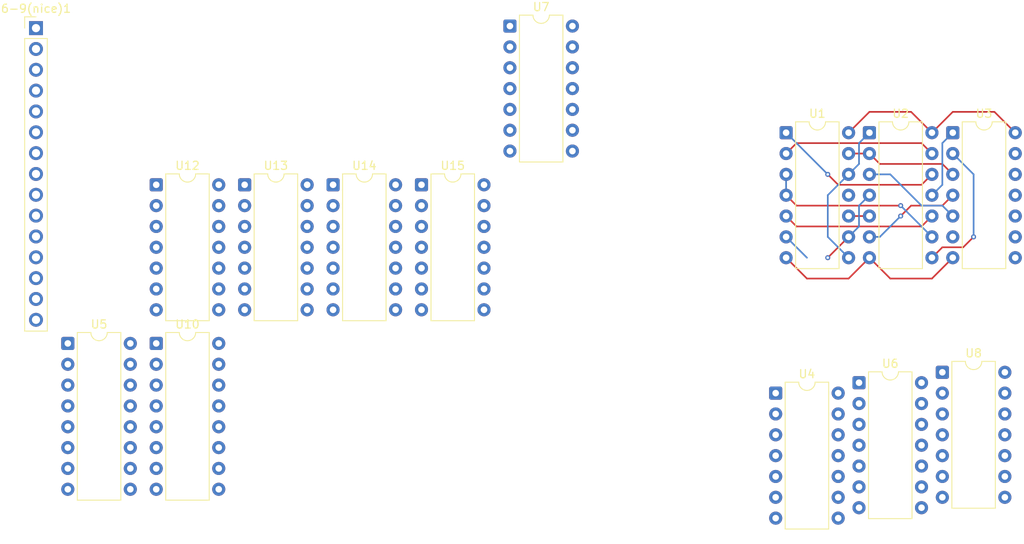
<source format=kicad_pcb>
(kicad_pcb (version 20241229) (generator "pcbnew") (generator_version "9.0")
  (layers (0 "F.Cu" signal) (2 "B.Cu" signal) (13 "F.Paste" user) (15 "B.Paste" user) (5 "F.SilkS" user "F.Silkscreen") (7 "B.SilkS" user "B.Silkscreen") (1 "F.Mask" user) (3 "B.Mask" user) (25 "Edge.Cuts" user))
  (net 0 "")
  (net 1 "Net-(6-9(nice)1-Bus_1)")
  (net 2 "Net-(6-9(nice)1-Write_3)")
  (net 3 "Net-(6-9(nice)1-Write_2)")
  (net 4 "Net-(6-9(nice)1-Writeable)")
  (net 5 "Net-(6-9(nice)1-Bus_2)")
  (net 6 "Net-(6-9(nice)1-Read_1)")
  (net 7 "Net-(6-9(nice)1-Write_1)")
  (net 8 "Net-(6-9(nice)1-Read_3)")
  (net 9 "Net-(6-9(nice)1-Read_2)")
  (net 10 "Net-(6-9(nice)1-Clk)")
  (net 11 "Net-(6-9(nice)1-Msc)")
  (net 12 "GND")
  (net 13 "VCC")
  (net 14 "Net-(6-9(nice)1-Readable)")
  (net 15 "Net-(U14B-Q)")
  (net 16 "Net-(U1-Pad13)")
  (net 17 "Net-(U1-Pad3)")
  (net 18 "Net-(U1-Pad11)")
  (net 19 "Net-(U1-Pad6)")
  (net 20 "Net-(U1-Pad12)")
  (net 21 "Net-(U1-Pad5)")
  (net 22 "Net-(U1-Pad2)")
  (net 23 "Net-(U14A-Q)")
  (net 24 "Net-(U1-Pad10)")
  (net 25 "Net-(U2-Pad11)")
  (net 26 "Net-(U2-Pad8)")
  (net 27 "Net-(U2-Pad3)")
  (net 28 "Net-(U2-Pad6)")
  (net 29 "Net-(U3-Pad6)")
  (net 33 "Net-(U13B-Q)")
  (net 34 "Net-(U4-Pad6)")
  (net 35 "Net-(U4-Pad3)")
  (net 36 "Net-(U4-Pad2)")
  (net 44 "Net-(U5-Y2)")
  (net 46 "Net-(U5-Y1)")
  (net 51 "Net-(U5-Y0)")
  (net 55 "Net-(U13A-Q)")
  (net 56 "Net-(U12A-Q)")
  (net 57 "Net-(U12B-Q)")
  (net 60 "Net-(U12A-D)")
  (net 63 "Net-(U10-Y1)")
  (net 64 "Net-(U10-Y0)")
  (footprint "Package_DIP:DIP-16_W7.62mm" (layer "F.Cu") (at 31.16 53.63)
    (property "Reference" "U10" (at 3.81 -2.33 0) (layer "F.SilkS"))
    (property "Value" "74HC238")
    (fp_line (start 1.16 -1.33) (end 1.16 19.11) (stroke (width 0.12)) (layer "F.SilkS"))
    (fp_line (start 1.16 19.11) (end 6.46 19.11) (stroke (width 0.12)) (layer "F.SilkS"))
    (fp_line (start 2.81 -1.33) (end 1.16 -1.33) (stroke (width 0.12)) (layer "F.SilkS"))
    (fp_line (start 6.46 -1.33) (end 4.81 -1.33) (stroke (width 0.12)) (layer "F.SilkS"))
    (fp_line (start 6.46 19.11) (end 6.46 -1.33) (stroke (width 0.12)) (layer "F.SilkS"))
    (fp_arc (start 4.81 -1.33) (mid 3.81 -0.33) (end 2.81 -1.33) (stroke (width 0.12)) (layer "F.SilkS"))
    (pad "1" thru_hole roundrect (at 0 0) (size 1.6 1.6) (drill 0.8) (layers "*.Cu" "*.Mask") (roundrect_rratio 0.15625) (net 7 "Net-(6-9(nice)1-Write_1)"))
    (pad "2" thru_hole circle (at 0 2.54) (size 1.6 1.6) (drill 0.8) (layers "*.Cu" "*.Mask") (net 3 "Net-(6-9(nice)1-Write_2)"))
    (pad "3" thru_hole circle (at 0 5.08) (size 1.6 1.6) (drill 0.8) (layers "*.Cu" "*.Mask") (net 2 "Net-(6-9(nice)1-Write_3)"))
    (pad "4" thru_hole circle (at 0 7.62) (size 1.6 1.6) (drill 0.8) (layers "*.Cu" "*.Mask"))
    (pad "5" thru_hole circle (at 0 10.16) (size 1.6 1.6) (drill 0.8) (layers "*.Cu" "*.Mask"))
    (pad "6" thru_hole circle (at 0 12.7) (size 1.6 1.6) (drill 0.8) (layers "*.Cu" "*.Mask") (net 4 "Net-(6-9(nice)1-Writeable)"))
    (pad "7" thru_hole circle (at 0 15.24) (size 1.6 1.6) (drill 0.8) (layers "*.Cu" "*.Mask"))
    (pad "8" thru_hole circle (at 0 17.78) (size 1.6 1.6) (drill 0.8) (layers "*.Cu" "*.Mask") (net 12 "GND"))
    (pad "9" thru_hole circle (at 7.62 17.78) (size 1.6 1.6) (drill 0.8) (layers "*.Cu" "*.Mask"))
    (pad "10" thru_hole circle (at 7.62 15.24) (size 1.6 1.6) (drill 0.8) (layers "*.Cu" "*.Mask"))
    (pad "11" thru_hole circle (at 7.62 12.7) (size 1.6 1.6) (drill 0.8) (layers "*.Cu" "*.Mask"))
    (pad "12" thru_hole circle (at 7.62 10.16) (size 1.6 1.6) (drill 0.8) (layers "*.Cu" "*.Mask"))
    (pad "13" thru_hole circle (at 7.62 7.62) (size 1.6 1.6) (drill 0.8) (layers "*.Cu" "*.Mask"))
    (pad "14" thru_hole circle (at 7.62 5.08) (size 1.6 1.6) (drill 0.8) (layers "*.Cu" "*.Mask") (net 63 "Net-(U10-Y1)"))
    (pad "15" thru_hole circle (at 7.62 2.54) (size 1.6 1.6) (drill 0.8) (layers "*.Cu" "*.Mask") (net 64 "Net-(U10-Y0)"))
    (pad "16" thru_hole circle (at 7.62 0) (size 1.6 1.6) (drill 0.8) (layers "*.Cu" "*.Mask") (net 13 "VCC"))
  )
  (footprint "Package_DIP:DIP-14_W7.62mm" (layer "F.Cu") (at 106.68 59.69)
    (property "Reference" "U4" (at 3.81 -2.33 0) (layer "F.SilkS"))
    (property "Value" "74LS86")
    (fp_line (start 1.16 -1.33) (end 1.16 16.57) (stroke (width 0.12)) (layer "F.SilkS"))
    (fp_line (start 1.16 16.57) (end 6.46 16.57) (stroke (width 0.12)) (layer "F.SilkS"))
    (fp_line (start 2.81 -1.33) (end 1.16 -1.33) (stroke (width 0.12)) (layer "F.SilkS"))
    (fp_line (start 6.46 -1.33) (end 4.81 -1.33) (stroke (width 0.12)) (layer "F.SilkS"))
    (fp_line (start 6.46 16.57) (end 6.46 -1.33) (stroke (width 0.12)) (layer "F.SilkS"))
    (fp_arc (start 4.81 -1.33) (mid 3.81 -0.33) (end 2.81 -1.33) (stroke (width 0.12)) (layer "F.SilkS"))
    (pad "1" thru_hole roundrect (at 0 0) (size 1.6 1.6) (drill 0.8) (layers "*.Cu" "*.Mask") (roundrect_rratio 0.15625) (net 33 "Net-(U13B-Q)"))
    (pad "2" thru_hole circle (at 0 2.54) (size 1.6 1.6) (drill 0.8) (layers "*.Cu" "*.Mask") (net 36 "Net-(U4-Pad2)"))
    (pad "3" thru_hole circle (at 0 5.08) (size 1.6 1.6) (drill 0.8) (layers "*.Cu" "*.Mask") (net 35 "Net-(U4-Pad3)"))
    (pad "4" thru_hole circle (at 0 7.62) (size 1.6 1.6) (drill 0.8) (layers "*.Cu" "*.Mask") (net 35 "Net-(U4-Pad3)"))
    (pad "5" thru_hole circle (at 0 10.16) (size 1.6 1.6) (drill 0.8) (layers "*.Cu" "*.Mask") (net 29 "Net-(U3-Pad6)"))
    (pad "6" thru_hole circle (at 0 12.7) (size 1.6 1.6) (drill 0.8) (layers "*.Cu" "*.Mask") (net 34 "Net-(U4-Pad6)"))
    (pad "7" thru_hole circle (at 0 15.24) (size 1.6 1.6) (drill 0.8) (layers "*.Cu" "*.Mask") (net 12 "GND"))
    (pad "8" thru_hole circle (at 7.62 15.24) (size 1.6 1.6) (drill 0.8) (layers "*.Cu" "*.Mask"))
    (pad "9" thru_hole circle (at 7.62 12.7) (size 1.6 1.6) (drill 0.8) (layers "*.Cu" "*.Mask"))
    (pad "10" thru_hole circle (at 7.62 10.16) (size 1.6 1.6) (drill 0.8) (layers "*.Cu" "*.Mask"))
    (pad "11" thru_hole circle (at 7.62 7.62) (size 1.6 1.6) (drill 0.8) (layers "*.Cu" "*.Mask"))
    (pad "12" thru_hole circle (at 7.62 5.08) (size 1.6 1.6) (drill 0.8) (layers "*.Cu" "*.Mask"))
    (pad "13" thru_hole circle (at 7.62 2.54) (size 1.6 1.6) (drill 0.8) (layers "*.Cu" "*.Mask"))
    (pad "14" thru_hole circle (at 7.62 0) (size 1.6 1.6) (drill 0.8) (layers "*.Cu" "*.Mask") (net 13 "VCC"))
  )
  (footprint "Package_DIP:DIP-14_W7.62mm" (layer "F.Cu") (at 107.95 27.94)
    (property "Reference" "U1" (at 3.81 -2.33 0) (layer "F.SilkS"))
    (property "Value" "74LS86")
    (fp_line (start 1.16 -1.33) (end 1.16 16.57) (stroke (width 0.12)) (layer "F.SilkS"))
    (fp_line (start 1.16 16.57) (end 6.46 16.57) (stroke (width 0.12)) (layer "F.SilkS"))
    (fp_line (start 2.81 -1.33) (end 1.16 -1.33) (stroke (width 0.12)) (layer "F.SilkS"))
    (fp_line (start 6.46 -1.33) (end 4.81 -1.33) (stroke (width 0.12)) (layer "F.SilkS"))
    (fp_line (start 6.46 16.57) (end 6.46 -1.33) (stroke (width 0.12)) (layer "F.SilkS"))
    (fp_arc (start 4.81 -1.33) (mid 3.81 -0.33) (end 2.81 -1.33) (stroke (width 0.12)) (layer "F.SilkS"))
    (pad "1" thru_hole roundrect (at 0 0) (size 1.6 1.6) (drill 0.8) (layers "*.Cu" "*.Mask") (roundrect_rratio 0.15625) (net 15 "Net-(U14B-Q)"))
    (pad "2" thru_hole circle (at 0 2.54) (size 1.6 1.6) (drill 0.8) (layers "*.Cu" "*.Mask") (net 22 "Net-(U1-Pad2)"))
    (pad "3" thru_hole circle (at 0 5.08) (size 1.6 1.6) (drill 0.8) (layers "*.Cu" "*.Mask") (net 17 "Net-(U1-Pad3)"))
    (pad "4" thru_hole circle (at 0 7.62) (size 1.6 1.6) (drill 0.8) (layers "*.Cu" "*.Mask") (net 17 "Net-(U1-Pad3)"))
    (pad "5" thru_hole circle (at 0 10.16) (size 1.6 1.6) (drill 0.8) (layers "*.Cu" "*.Mask") (net 21 "Net-(U1-Pad5)"))
    (pad "6" thru_hole circle (at 0 12.7) (size 1.6 1.6) (drill 0.8) (layers "*.Cu" "*.Mask") (net 19 "Net-(U1-Pad6)"))
    (pad "7" thru_hole circle (at 0 15.24) (size 1.6 1.6) (drill 0.8) (layers "*.Cu" "*.Mask") (net 12 "GND"))
    (pad "8" thru_hole circle (at 7.62 15.24) (size 1.6 1.6) (drill 0.8) (layers "*.Cu" "*.Mask") (net 20 "Net-(U1-Pad12)"))
    (pad "9" thru_hole circle (at 7.62 12.7) (size 1.6 1.6) (drill 0.8) (layers "*.Cu" "*.Mask") (net 23 "Net-(U14A-Q)"))
    (pad "10" thru_hole circle (at 7.62 10.16) (size 1.6 1.6) (drill 0.8) (layers "*.Cu" "*.Mask") (net 24 "Net-(U1-Pad10)"))
    (pad "11" thru_hole circle (at 7.62 7.62) (size 1.6 1.6) (drill 0.8) (layers "*.Cu" "*.Mask") (net 18 "Net-(U1-Pad11)"))
    (pad "12" thru_hole circle (at 7.62 5.08) (size 1.6 1.6) (drill 0.8) (layers "*.Cu" "*.Mask") (net 20 "Net-(U1-Pad12)"))
    (pad "13" thru_hole circle (at 7.62 2.54) (size 1.6 1.6) (drill 0.8) (layers "*.Cu" "*.Mask") (net 16 "Net-(U1-Pad13)"))
    (pad "14" thru_hole circle (at 7.62 0) (size 1.6 1.6) (drill 0.8) (layers "*.Cu" "*.Mask") (net 13 "VCC"))
  )
  (footprint "Package_DIP:DIP-14_W7.62mm" (layer "F.Cu") (at 118.11 27.94)
    (property "Reference" "U2" (at 3.81 -2.33 0) (layer "F.SilkS"))
    (property "Value" "74LS08")
    (fp_line (start 1.16 -1.33) (end 1.16 16.57) (stroke (width 0.12)) (layer "F.SilkS"))
    (fp_line (start 1.16 16.57) (end 6.46 16.57) (stroke (width 0.12)) (layer "F.SilkS"))
    (fp_line (start 2.81 -1.33) (end 1.16 -1.33) (stroke (width 0.12)) (layer "F.SilkS"))
    (fp_line (start 6.46 -1.33) (end 4.81 -1.33) (stroke (width 0.12)) (layer "F.SilkS"))
    (fp_line (start 6.46 16.57) (end 6.46 -1.33) (stroke (width 0.12)) (layer "F.SilkS"))
    (fp_arc (start 4.81 -1.33) (mid 3.81 -0.33) (end 2.81 -1.33) (stroke (width 0.12)) (layer "F.SilkS"))
    (pad "1" thru_hole roundrect (at 0 0) (size 1.6 1.6) (drill 0.8) (layers "*.Cu" "*.Mask") (roundrect_rratio 0.15625) (net 20 "Net-(U1-Pad12)"))
    (pad "2" thru_hole circle (at 0 2.54) (size 1.6 1.6) (drill 0.8) (layers "*.Cu" "*.Mask") (net 16 "Net-(U1-Pad13)"))
    (pad "3" thru_hole circle (at 0 5.08) (size 1.6 1.6) (drill 0.8) (layers "*.Cu" "*.Mask") (net 27 "Net-(U2-Pad3)"))
    (pad "4" thru_hole circle (at 0 7.62) (size 1.6 1.6) (drill 0.8) (layers "*.Cu" "*.Mask") (net 23 "Net-(U14A-Q)"))
    (pad "5" thru_hole circle (at 0 10.16) (size 1.6 1.6) (drill 0.8) (layers "*.Cu" "*.Mask") (net 24 "Net-(U1-Pad10)"))
    (pad "6" thru_hole circle (at 0 12.7) (size 1.6 1.6) (drill 0.8) (layers "*.Cu" "*.Mask") (net 28 "Net-(U2-Pad6)"))
    (pad "7" thru_hole circle (at 0 15.24) (size 1.6 1.6) (drill 0.8) (layers "*.Cu" "*.Mask") (net 12 "GND"))
    (pad "8" thru_hole circle (at 7.62 15.24) (size 1.6 1.6) (drill 0.8) (layers "*.Cu" "*.Mask") (net 26 "Net-(U2-Pad8)"))
    (pad "9" thru_hole circle (at 7.62 12.7) (size 1.6 1.6) (drill 0.8) (layers "*.Cu" "*.Mask") (net 17 "Net-(U1-Pad3)"))
    (pad "10" thru_hole circle (at 7.62 10.16) (size 1.6 1.6) (drill 0.8) (layers "*.Cu" "*.Mask") (net 21 "Net-(U1-Pad5)"))
    (pad "11" thru_hole circle (at 7.62 7.62) (size 1.6 1.6) (drill 0.8) (layers "*.Cu" "*.Mask") (net 25 "Net-(U2-Pad11)"))
    (pad "12" thru_hole circle (at 7.62 5.08) (size 1.6 1.6) (drill 0.8) (layers "*.Cu" "*.Mask") (net 15 "Net-(U14B-Q)"))
    (pad "13" thru_hole circle (at 7.62 2.54) (size 1.6 1.6) (drill 0.8) (layers "*.Cu" "*.Mask") (net 22 "Net-(U1-Pad2)"))
    (pad "14" thru_hole circle (at 7.62 0) (size 1.6 1.6) (drill 0.8) (layers "*.Cu" "*.Mask") (net 13 "VCC"))
  )
  (footprint "Package_DIP:DIP-14_W7.62mm" (layer "F.Cu") (at 116.84 58.42)
    (property "Reference" "U6" (at 3.81 -2.33 0) (layer "F.SilkS"))
    (property "Value" "74LS86")
    (fp_line (start 1.16 -1.33) (end 1.16 16.57) (stroke (width 0.12)) (layer "F.SilkS"))
    (fp_line (start 1.16 16.57) (end 6.46 16.57) (stroke (width 0.12)) (layer "F.SilkS"))
    (fp_line (start 2.81 -1.33) (end 1.16 -1.33) (stroke (width 0.12)) (layer "F.SilkS"))
    (fp_line (start 6.46 -1.33) (end 4.81 -1.33) (stroke (width 0.12)) (layer "F.SilkS"))
    (fp_line (start 6.46 16.57) (end 6.46 -1.33) (stroke (width 0.12)) (layer "F.SilkS"))
    (fp_arc (start 4.81 -1.33) (mid 3.81 -0.33) (end 2.81 -1.33) (stroke (width 0.12)) (layer "F.SilkS"))
    (pad "1" thru_hole roundrect (at 0 0) (size 1.6 1.6) (drill 0.8) (layers "*.Cu" "*.Mask") (roundrect_rratio 0.15625) (net 11 "Net-(6-9(nice)1-Msc)"))
    (pad "2" thru_hole circle (at 0 2.54) (size 1.6 1.6) (drill 0.8) (layers "*.Cu" "*.Mask") (net 55 "Net-(U13A-Q)"))
    (pad "3" thru_hole circle (at 0 5.08) (size 1.6 1.6) (drill 0.8) (layers "*.Cu" "*.Mask") (net 22 "Net-(U1-Pad2)"))
    (pad "4" thru_hole circle (at 0 7.62) (size 1.6 1.6) (drill 0.8) (layers "*.Cu" "*.Mask") (net 11 "Net-(6-9(nice)1-Msc)"))
    (pad "5" thru_hole circle (at 0 10.16) (size 1.6 1.6) (drill 0.8) (layers "*.Cu" "*.Mask") (net 57 "Net-(U12B-Q)"))
    (pad "6" thru_hole circle (at 0 12.7) (size 1.6 1.6) (drill 0.8) (layers "*.Cu" "*.Mask") (net 24 "Net-(U1-Pad10)"))
    (pad "7" thru_hole circle (at 0 15.24) (size 1.6 1.6) (drill 0.8) (layers "*.Cu" "*.Mask") (net 12 "GND"))
    (pad "8" thru_hole circle (at 7.62 15.24) (size 1.6 1.6) (drill 0.8) (layers "*.Cu" "*.Mask") (net 36 "Net-(U4-Pad2)"))
    (pad "9" thru_hole circle (at 7.62 12.7) (size 1.6 1.6) (drill 0.8) (layers "*.Cu" "*.Mask") (net 11 "Net-(6-9(nice)1-Msc)"))
    (pad "10" thru_hole circle (at 7.62 10.16) (size 1.6 1.6) (drill 0.8) (layers "*.Cu" "*.Mask") (net 56 "Net-(U12A-Q)"))
    (pad "11" thru_hole circle (at 7.62 7.62) (size 1.6 1.6) (drill 0.8) (layers "*.Cu" "*.Mask"))
    (pad "12" thru_hole circle (at 7.62 5.08) (size 1.6 1.6) (drill 0.8) (layers "*.Cu" "*.Mask"))
    (pad "13" thru_hole circle (at 7.62 2.54) (size 1.6 1.6) (drill 0.8) (layers "*.Cu" "*.Mask"))
    (pad "14" thru_hole circle (at 7.62 0) (size 1.6 1.6) (drill 0.8) (layers "*.Cu" "*.Mask") (net 13 "VCC"))
  )
  (footprint "Package_DIP:DIP-16_W7.62mm" (layer "F.Cu") (at 20.38 53.63)
    (property "Reference" "U5" (at 3.81 -2.33 0) (layer "F.SilkS"))
    (property "Value" "74HC238")
    (fp_line (start 1.16 -1.33) (end 1.16 19.11) (stroke (width 0.12)) (layer "F.SilkS"))
    (fp_line (start 1.16 19.11) (end 6.46 19.11) (stroke (width 0.12)) (layer "F.SilkS"))
    (fp_line (start 2.81 -1.33) (end 1.16 -1.33) (stroke (width 0.12)) (layer "F.SilkS"))
    (fp_line (start 6.46 -1.33) (end 4.81 -1.33) (stroke (width 0.12)) (layer "F.SilkS"))
    (fp_line (start 6.46 19.11) (end 6.46 -1.33) (stroke (width 0.12)) (layer "F.SilkS"))
    (fp_arc (start 4.81 -1.33) (mid 3.81 -0.33) (end 2.81 -1.33) (stroke (width 0.12)) (layer "F.SilkS"))
    (pad "1" thru_hole roundrect (at 0 0) (size 1.6 1.6) (drill 0.8) (layers "*.Cu" "*.Mask") (roundrect_rratio 0.15625) (net 6 "Net-(6-9(nice)1-Read_1)"))
    (pad "2" thru_hole circle (at 0 2.54) (size 1.6 1.6) (drill 0.8) (layers "*.Cu" "*.Mask") (net 9 "Net-(6-9(nice)1-Read_2)"))
    (pad "3" thru_hole circle (at 0 5.08) (size 1.6 1.6) (drill 0.8) (layers "*.Cu" "*.Mask") (net 8 "Net-(6-9(nice)1-Read_3)"))
    (pad "4" thru_hole circle (at 0 7.62) (size 1.6 1.6) (drill 0.8) (layers "*.Cu" "*.Mask"))
    (pad "5" thru_hole circle (at 0 10.16) (size 1.6 1.6) (drill 0.8) (layers "*.Cu" "*.Mask"))
    (pad "6" thru_hole circle (at 0 12.7) (size 1.6 1.6) (drill 0.8) (layers "*.Cu" "*.Mask") (net 14 "Net-(6-9(nice)1-Readable)"))
    (pad "7" thru_hole circle (at 0 15.24) (size 1.6 1.6) (drill 0.8) (layers "*.Cu" "*.Mask"))
    (pad "8" thru_hole circle (at 0 17.78) (size 1.6 1.6) (drill 0.8) (layers "*.Cu" "*.Mask") (net 12 "GND"))
    (pad "9" thru_hole circle (at 7.62 17.78) (size 1.6 1.6) (drill 0.8) (layers "*.Cu" "*.Mask"))
    (pad "10" thru_hole circle (at 7.62 15.24) (size 1.6 1.6) (drill 0.8) (layers "*.Cu" "*.Mask"))
    (pad "11" thru_hole circle (at 7.62 12.7) (size 1.6 1.6) (drill 0.8) (layers "*.Cu" "*.Mask"))
    (pad "12" thru_hole circle (at 7.62 10.16) (size 1.6 1.6) (drill 0.8) (layers "*.Cu" "*.Mask"))
    (pad "13" thru_hole circle (at 7.62 7.62) (size 1.6 1.6) (drill 0.8) (layers "*.Cu" "*.Mask") (net 44 "Net-(U5-Y2)"))
    (pad "14" thru_hole circle (at 7.62 5.08) (size 1.6 1.6) (drill 0.8) (layers "*.Cu" "*.Mask") (net 46 "Net-(U5-Y1)"))
    (pad "15" thru_hole circle (at 7.62 2.54) (size 1.6 1.6) (drill 0.8) (layers "*.Cu" "*.Mask") (net 51 "Net-(U5-Y0)"))
    (pad "16" thru_hole circle (at 7.62 0) (size 1.6 1.6) (drill 0.8) (layers "*.Cu" "*.Mask") (net 13 "VCC"))
  )
  (footprint "Package_DIP:DIP-14_W7.62mm" (layer "F.Cu") (at 31.16 34.29)
    (property "Reference" "U12" (at 3.81 -2.33 0) (layer "F.SilkS"))
    (property "Value" "74LS74")
    (fp_line (start 1.16 -1.33) (end 1.16 16.57) (stroke (width 0.12)) (layer "F.SilkS"))
    (fp_line (start 1.16 16.57) (end 6.46 16.57) (stroke (width 0.12)) (layer "F.SilkS"))
    (fp_line (start 2.81 -1.33) (end 1.16 -1.33) (stroke (width 0.12)) (layer "F.SilkS"))
    (fp_line (start 6.46 -1.33) (end 4.81 -1.33) (stroke (width 0.12)) (layer "F.SilkS"))
    (fp_line (start 6.46 16.57) (end 6.46 -1.33) (stroke (width 0.12)) (layer "F.SilkS"))
    (fp_arc (start 4.81 -1.33) (mid 3.81 -0.33) (end 2.81 -1.33) (stroke (width 0.12)) (layer "F.SilkS"))
    (pad "1" thru_hole roundrect (at 0 0) (size 1.6 1.6) (drill 0.8) (layers "*.Cu" "*.Mask") (roundrect_rratio 0.15625))
    (pad "2" thru_hole circle (at 0 2.54) (size 1.6 1.6) (drill 0.8) (layers "*.Cu" "*.Mask") (net 60 "Net-(U12A-D)"))
    (pad "3" thru_hole circle (at 0 5.08) (size 1.6 1.6) (drill 0.8) (layers "*.Cu" "*.Mask") (net 1 "Net-(6-9(nice)1-Bus_1)"))
    (pad "4" thru_hole circle (at 0 7.62) (size 1.6 1.6) (drill 0.8) (layers "*.Cu" "*.Mask"))
    (pad "5" thru_hole circle (at 0 10.16) (size 1.6 1.6) (drill 0.8) (layers "*.Cu" "*.Mask") (net 56 "Net-(U12A-Q)"))
    (pad "6" thru_hole circle (at 0 12.7) (size 1.6 1.6) (drill 0.8) (layers "*.Cu" "*.Mask"))
    (pad "7" thru_hole circle (at 0 15.24) (size 1.6 1.6) (drill 0.8) (layers "*.Cu" "*.Mask") (net 12 "GND"))
    (pad "8" thru_hole circle (at 7.62 15.24) (size 1.6 1.6) (drill 0.8) (layers "*.Cu" "*.Mask"))
    (pad "9" thru_hole circle (at 7.62 12.7) (size 1.6 1.6) (drill 0.8) (layers "*.Cu" "*.Mask") (net 57 "Net-(U12B-Q)"))
    (pad "10" thru_hole circle (at 7.62 10.16) (size 1.6 1.6) (drill 0.8) (layers "*.Cu" "*.Mask"))
    (pad "11" thru_hole circle (at 7.62 7.62) (size 1.6 1.6) (drill 0.8) (layers "*.Cu" "*.Mask") (net 1 "Net-(6-9(nice)1-Bus_1)"))
    (pad "12" thru_hole circle (at 7.62 5.08) (size 1.6 1.6) (drill 0.8) (layers "*.Cu" "*.Mask") (net 5 "Net-(6-9(nice)1-Bus_2)"))
    (pad "13" thru_hole circle (at 7.62 2.54) (size 1.6 1.6) (drill 0.8) (layers "*.Cu" "*.Mask"))
    (pad "14" thru_hole circle (at 7.62 0) (size 1.6 1.6) (drill 0.8) (layers "*.Cu" "*.Mask") (net 13 "VCC"))
  )
  (footprint "Package_DIP:DIP-14_W7.62mm" (layer "F.Cu") (at 63.5 34.29)
    (property "Reference" "U15" (at 3.81 -2.33 0) (layer "F.SilkS"))
    (property "Value" "74LS08")
    (fp_line (start 1.16 -1.33) (end 1.16 16.57) (stroke (width 0.12)) (layer "F.SilkS"))
    (fp_line (start 1.16 16.57) (end 6.46 16.57) (stroke (width 0.12)) (layer "F.SilkS"))
    (fp_line (start 2.81 -1.33) (end 1.16 -1.33) (stroke (width 0.12)) (layer "F.SilkS"))
    (fp_line (start 6.46 -1.33) (end 4.81 -1.33) (stroke (width 0.12)) (layer "F.SilkS"))
    (fp_line (start 6.46 16.57) (end 6.46 -1.33) (stroke (width 0.12)) (layer "F.SilkS"))
    (fp_arc (start 4.81 -1.33) (mid 3.81 -0.33) (end 2.81 -1.33) (stroke (width 0.12)) (layer "F.SilkS"))
    (pad "1" thru_hole roundrect (at 0 0) (size 1.6 1.6) (drill 0.8) (layers "*.Cu" "*.Mask") (roundrect_rratio 0.15625) (net 51 "Net-(U5-Y0)"))
    (pad "2" thru_hole circle (at 0 2.54) (size 1.6 1.6) (drill 0.8) (layers "*.Cu" "*.Mask") (net 15 "Net-(U14B-Q)"))
    (pad "3" thru_hole circle (at 0 5.08) (size 1.6 1.6) (drill 0.8) (layers "*.Cu" "*.Mask") (net 1 "Net-(6-9(nice)1-Bus_1)"))
    (pad "4" thru_hole circle (at 0 7.62) (size 1.6 1.6) (drill 0.8) (layers "*.Cu" "*.Mask") (net 51 "Net-(U5-Y0)"))
    (pad "5" thru_hole circle (at 0 10.16) (size 1.6 1.6) (drill 0.8) (layers "*.Cu" "*.Mask") (net 23 "Net-(U14A-Q)"))
    (pad "6" thru_hole circle (at 0 12.7) (size 1.6 1.6) (drill 0.8) (layers "*.Cu" "*.Mask") (net 5 "Net-(6-9(nice)1-Bus_2)"))
    (pad "7" thru_hole circle (at 0 15.24) (size 1.6 1.6) (drill 0.8) (layers "*.Cu" "*.Mask") (net 12 "GND"))
    (pad "8" thru_hole circle (at 7.62 15.24) (size 1.6 1.6) (drill 0.8) (layers "*.Cu" "*.Mask") (net 60 "Net-(U12A-D)"))
    (pad "9" thru_hole circle (at 7.62 12.7) (size 1.6 1.6) (drill 0.8) (layers "*.Cu" "*.Mask") (net 51 "Net-(U5-Y0)"))
    (pad "10" thru_hole circle (at 7.62 10.16) (size 1.6 1.6) (drill 0.8) (layers "*.Cu" "*.Mask") (net 33 "Net-(U13B-Q)"))
    (pad "11" thru_hole circle (at 7.62 7.62) (size 1.6 1.6) (drill 0.8) (layers "*.Cu" "*.Mask") (net 1 "Net-(6-9(nice)1-Bus_1)"))
    (pad "12" thru_hole circle (at 7.62 5.08) (size 1.6 1.6) (drill 0.8) (layers "*.Cu" "*.Mask") (net 10 "Net-(6-9(nice)1-Clk)"))
    (pad "13" thru_hole circle (at 7.62 2.54) (size 1.6 1.6) (drill 0.8) (layers "*.Cu" "*.Mask") (net 64 "Net-(U10-Y0)"))
    (pad "14" thru_hole circle (at 7.62 0) (size 1.6 1.6) (drill 0.8) (layers "*.Cu" "*.Mask") (net 13 "VCC"))
  )
  (footprint "Package_DIP:DIP-14_W7.62mm" (layer "F.Cu") (at 127 57.15)
    (property "Reference" "U8" (at 3.81 -2.33 0) (layer "F.SilkS"))
    (property "Value" "74LS08")
    (fp_line (start 1.16 -1.33) (end 1.16 16.57) (stroke (width 0.12)) (layer "F.SilkS"))
    (fp_line (start 1.16 16.57) (end 6.46 16.57) (stroke (width 0.12)) (layer "F.SilkS"))
    (fp_line (start 2.81 -1.33) (end 1.16 -1.33) (stroke (width 0.12)) (layer "F.SilkS"))
    (fp_line (start 6.46 -1.33) (end 4.81 -1.33) (stroke (width 0.12)) (layer "F.SilkS"))
    (fp_line (start 6.46 16.57) (end 6.46 -1.33) (stroke (width 0.12)) (layer "F.SilkS"))
    (fp_arc (start 4.81 -1.33) (mid 3.81 -0.33) (end 2.81 -1.33) (stroke (width 0.12)) (layer "F.SilkS"))
    (pad "1" thru_hole roundrect (at 0 0) (size 1.6 1.6) (drill 0.8) (layers "*.Cu" "*.Mask") (roundrect_rratio 0.15625) (net 44 "Net-(U5-Y2)"))
    (pad "2" thru_hole circle (at 0 2.54) (size 1.6 1.6) (drill 0.8) (layers "*.Cu" "*.Mask") (net 19 "Net-(U1-Pad6)"))
    (pad "3" thru_hole circle (at 0 5.08) (size 1.6 1.6) (drill 0.8) (layers "*.Cu" "*.Mask") (net 1 "Net-(6-9(nice)1-Bus_1)"))
    (pad "4" thru_hole circle (at 0 7.62) (size 1.6 1.6) (drill 0.8) (layers "*.Cu" "*.Mask") (net 44 "Net-(U5-Y2)"))
    (pad "5" thru_hole circle (at 0 10.16) (size 1.6 1.6) (drill 0.8) (layers "*.Cu" "*.Mask") (net 18 "Net-(U1-Pad11)"))
    (pad "6" thru_hole circle (at 0 12.7) (size 1.6 1.6) (drill 0.8) (layers "*.Cu" "*.Mask") (net 5 "Net-(6-9(nice)1-Bus_2)"))
    (pad "7" thru_hole circle (at 0 15.24) (size 1.6 1.6) (drill 0.8) (layers "*.Cu" "*.Mask") (net 12 "GND"))
    (pad "8" thru_hole circle (at 7.62 15.24) (size 1.6 1.6) (drill 0.8) (layers "*.Cu" "*.Mask") (net 60 "Net-(U12A-D)"))
    (pad "9" thru_hole circle (at 7.62 12.7) (size 1.6 1.6) (drill 0.8) (layers "*.Cu" "*.Mask") (net 44 "Net-(U5-Y2)"))
    (pad "10" thru_hole circle (at 7.62 10.16) (size 1.6 1.6) (drill 0.8) (layers "*.Cu" "*.Mask") (net 34 "Net-(U4-Pad6)"))
    (pad "11" thru_hole circle (at 7.62 7.62) (size 1.6 1.6) (drill 0.8) (layers "*.Cu" "*.Mask") (net 1 "Net-(6-9(nice)1-Bus_1)"))
    (pad "12" thru_hole circle (at 7.62 5.08) (size 1.6 1.6) (drill 0.8) (layers "*.Cu" "*.Mask") (net 10 "Net-(6-9(nice)1-Clk)"))
    (pad "13" thru_hole circle (at 7.62 2.54) (size 1.6 1.6) (drill 0.8) (layers "*.Cu" "*.Mask") (net 63 "Net-(U10-Y1)"))
    (pad "14" thru_hole circle (at 7.62 0) (size 1.6 1.6) (drill 0.8) (layers "*.Cu" "*.Mask") (net 13 "VCC"))
  )
  (footprint "Connector_PinHeader_2.54mm:PinHeader_1x15_P2.54mm_Vertical" (layer "F.Cu") (at 16.5 15.19)
    (property "Reference" "6-9(nice)1" (at 0 -2.38 0) (layer "F.SilkS"))
    (property "Value" "~")
    (fp_line (start -1.38 -1.38) (end 0 -1.38) (stroke (width 0.12)) (layer "F.SilkS"))
    (fp_line (start -1.38 0) (end -1.38 -1.38) (stroke (width 0.12)) (layer "F.SilkS"))
    (fp_line (start -1.38 1.27) (end -1.38 36.94) (stroke (width 0.12)) (layer "F.SilkS"))
    (fp_line (start -1.38 1.27) (end 1.38 1.27) (stroke (width 0.12)) (layer "F.SilkS"))
    (fp_line (start -1.38 36.94) (end 1.38 36.94) (stroke (width 0.12)) (layer "F.SilkS"))
    (fp_line (start 1.38 1.27) (end 1.38 36.94) (stroke (width 0.12)) (layer "F.SilkS"))
    (pad "1" thru_hole rect (at 0 0) (size 1.7 1.7) (drill 1) (layers "*.Cu" "*.Mask") (net 12 "GND"))
    (pad "2" thru_hole circle (at 0 2.54) (size 1.7 1.7) (drill 1) (layers "*.Cu" "*.Mask") (net 13 "VCC"))
    (pad "3" thru_hole circle (at 0 5.08) (size 1.7 1.7) (drill 1) (layers "*.Cu" "*.Mask") (net 10 "Net-(6-9(nice)1-Clk)"))
    (pad "4" thru_hole circle (at 0 7.62) (size 1.7 1.7) (drill 1) (layers "*.Cu" "*.Mask") (net 1 "Net-(6-9(nice)1-Bus_1)"))
    (pad "5" thru_hole circle (at 0 10.16) (size 1.7 1.7) (drill 1) (layers "*.Cu" "*.Mask") (net 5 "Net-(6-9(nice)1-Bus_2)"))
    (pad "6" thru_hole circle (at 0 12.7) (size 1.7 1.7) (drill 1) (layers "*.Cu" "*.Mask") (net 5 "Net-(6-9(nice)1-Bus_2)"))
    (pad "7" thru_hole circle (at 0 15.24) (size 1.7 1.7) (drill 1) (layers "*.Cu" "*.Mask") (net 6 "Net-(6-9(nice)1-Read_1)"))
    (pad "8" thru_hole circle (at 0 17.78) (size 1.7 1.7) (drill 1) (layers "*.Cu" "*.Mask") (net 9 "Net-(6-9(nice)1-Read_2)"))
    (pad "9" thru_hole circle (at 0 20.32) (size 1.7 1.7) (drill 1) (layers "*.Cu" "*.Mask") (net 8 "Net-(6-9(nice)1-Read_3)"))
    (pad "10" thru_hole circle (at 0 22.86) (size 1.7 1.7) (drill 1) (layers "*.Cu" "*.Mask") (net 14 "Net-(6-9(nice)1-Readable)"))
    (pad "11" thru_hole circle (at 0 25.4) (size 1.7 1.7) (drill 1) (layers "*.Cu" "*.Mask") (net 7 "Net-(6-9(nice)1-Write_1)"))
    (pad "12" thru_hole circle (at 0 27.94) (size 1.7 1.7) (drill 1) (layers "*.Cu" "*.Mask") (net 3 "Net-(6-9(nice)1-Write_2)"))
    (pad "13" thru_hole circle (at 0 30.48) (size 1.7 1.7) (drill 1) (layers "*.Cu" "*.Mask") (net 2 "Net-(6-9(nice)1-Write_3)"))
    (pad "14" thru_hole circle (at 0 33.02) (size 1.7 1.7) (drill 1) (layers "*.Cu" "*.Mask") (net 4 "Net-(6-9(nice)1-Writeable)"))
    (pad "15" thru_hole circle (at 0 35.56) (size 1.7 1.7) (drill 1) (layers "*.Cu" "*.Mask") (net 11 "Net-(6-9(nice)1-Msc)"))
  )
  (footprint "Package_DIP:DIP-14_W7.62mm" (layer "F.Cu") (at 52.72 34.29)
    (property "Reference" "U14" (at 3.81 -2.33 0) (layer "F.SilkS"))
    (property "Value" "74LS74")
    (fp_line (start 1.16 -1.33) (end 1.16 16.57) (stroke (width 0.12)) (layer "F.SilkS"))
    (fp_line (start 1.16 16.57) (end 6.46 16.57) (stroke (width 0.12)) (layer "F.SilkS"))
    (fp_line (start 2.81 -1.33) (end 1.16 -1.33) (stroke (width 0.12)) (layer "F.SilkS"))
    (fp_line (start 6.46 -1.33) (end 4.81 -1.33) (stroke (width 0.12)) (layer "F.SilkS"))
    (fp_line (start 6.46 16.57) (end 6.46 -1.33) (stroke (width 0.12)) (layer "F.SilkS"))
    (fp_arc (start 4.81 -1.33) (mid 3.81 -0.33) (end 2.81 -1.33) (stroke (width 0.12)) (layer "F.SilkS"))
    (pad "1" thru_hole roundrect (at 0 0) (size 1.6 1.6) (drill 0.8) (layers "*.Cu" "*.Mask") (roundrect_rratio 0.15625))
    (pad "2" thru_hole circle (at 0 2.54) (size 1.6 1.6) (drill 0.8) (layers "*.Cu" "*.Mask") (net 5 "Net-(6-9(nice)1-Bus_2)"))
    (pad "3" thru_hole circle (at 0 5.08) (size 1.6 1.6) (drill 0.8) (layers "*.Cu" "*.Mask") (net 1 "Net-(6-9(nice)1-Bus_1)"))
    (pad "4" thru_hole circle (at 0 7.62) (size 1.6 1.6) (drill 0.8) (layers "*.Cu" "*.Mask"))
    (pad "5" thru_hole circle (at 0 10.16) (size 1.6 1.6) (drill 0.8) (layers "*.Cu" "*.Mask") (net 23 "Net-(U14A-Q)"))
    (pad "6" thru_hole circle (at 0 12.7) (size 1.6 1.6) (drill 0.8) (layers "*.Cu" "*.Mask"))
    (pad "7" thru_hole circle (at 0 15.24) (size 1.6 1.6) (drill 0.8) (layers "*.Cu" "*.Mask") (net 12 "GND"))
    (pad "8" thru_hole circle (at 7.62 15.24) (size 1.6 1.6) (drill 0.8) (layers "*.Cu" "*.Mask"))
    (pad "9" thru_hole circle (at 7.62 12.7) (size 1.6 1.6) (drill 0.8) (layers "*.Cu" "*.Mask") (net 15 "Net-(U14B-Q)"))
    (pad "10" thru_hole circle (at 7.62 10.16) (size 1.6 1.6) (drill 0.8) (layers "*.Cu" "*.Mask"))
    (pad "11" thru_hole circle (at 7.62 7.62) (size 1.6 1.6) (drill 0.8) (layers "*.Cu" "*.Mask") (net 1 "Net-(6-9(nice)1-Bus_1)"))
    (pad "12" thru_hole circle (at 7.62 5.08) (size 1.6 1.6) (drill 0.8) (layers "*.Cu" "*.Mask") (net 1 "Net-(6-9(nice)1-Bus_1)"))
    (pad "13" thru_hole circle (at 7.62 2.54) (size 1.6 1.6) (drill 0.8) (layers "*.Cu" "*.Mask"))
    (pad "14" thru_hole circle (at 7.62 0) (size 1.6 1.6) (drill 0.8) (layers "*.Cu" "*.Mask") (net 13 "VCC"))
  )
  (footprint "Package_DIP:DIP-14_W7.62mm" (layer "F.Cu") (at 41.94 34.29)
    (property "Reference" "U13" (at 3.81 -2.33 0) (layer "F.SilkS"))
    (property "Value" "74LS74")
    (fp_line (start 1.16 -1.33) (end 1.16 16.57) (stroke (width 0.12)) (layer "F.SilkS"))
    (fp_line (start 1.16 16.57) (end 6.46 16.57) (stroke (width 0.12)) (layer "F.SilkS"))
    (fp_line (start 2.81 -1.33) (end 1.16 -1.33) (stroke (width 0.12)) (layer "F.SilkS"))
    (fp_line (start 6.46 -1.33) (end 4.81 -1.33) (stroke (width 0.12)) (layer "F.SilkS"))
    (fp_line (start 6.46 16.57) (end 6.46 -1.33) (stroke (width 0.12)) (layer "F.SilkS"))
    (fp_arc (start 4.81 -1.33) (mid 3.81 -0.33) (end 2.81 -1.33) (stroke (width 0.12)) (layer "F.SilkS"))
    (pad "1" thru_hole roundrect (at 0 0) (size 1.6 1.6) (drill 0.8) (layers "*.Cu" "*.Mask") (roundrect_rratio 0.15625))
    (pad "2" thru_hole circle (at 0 2.54) (size 1.6 1.6) (drill 0.8) (layers "*.Cu" "*.Mask") (net 1 "Net-(6-9(nice)1-Bus_1)"))
    (pad "3" thru_hole circle (at 0 5.08) (size 1.6 1.6) (drill 0.8) (layers "*.Cu" "*.Mask") (net 1 "Net-(6-9(nice)1-Bus_1)"))
    (pad "4" thru_hole circle (at 0 7.62) (size 1.6 1.6) (drill 0.8) (layers "*.Cu" "*.Mask"))
    (pad "5" thru_hole circle (at 0 10.16) (size 1.6 1.6) (drill 0.8) (layers "*.Cu" "*.Mask") (net 55 "Net-(U13A-Q)"))
    (pad "6" thru_hole circle (at 0 12.7) (size 1.6 1.6) (drill 0.8) (layers "*.Cu" "*.Mask"))
    (pad "7" thru_hole circle (at 0 15.24) (size 1.6 1.6) (drill 0.8) (layers "*.Cu" "*.Mask") (net 12 "GND"))
    (pad "8" thru_hole circle (at 7.62 15.24) (size 1.6 1.6) (drill 0.8) (layers "*.Cu" "*.Mask"))
    (pad "9" thru_hole circle (at 7.62 12.7) (size 1.6 1.6) (drill 0.8) (layers "*.Cu" "*.Mask") (net 33 "Net-(U13B-Q)"))
    (pad "10" thru_hole circle (at 7.62 10.16) (size 1.6 1.6) (drill 0.8) (layers "*.Cu" "*.Mask"))
    (pad "11" thru_hole circle (at 7.62 7.62) (size 1.6 1.6) (drill 0.8) (layers "*.Cu" "*.Mask") (net 1 "Net-(6-9(nice)1-Bus_1)"))
    (pad "12" thru_hole circle (at 7.62 5.08) (size 1.6 1.6) (drill 0.8) (layers "*.Cu" "*.Mask") (net 60 "Net-(U12A-D)"))
    (pad "13" thru_hole circle (at 7.62 2.54) (size 1.6 1.6) (drill 0.8) (layers "*.Cu" "*.Mask"))
    (pad "14" thru_hole circle (at 7.62 0) (size 1.6 1.6) (drill 0.8) (layers "*.Cu" "*.Mask") (net 13 "VCC"))
  )
  (footprint "Package_DIP:DIP-14_W7.62mm" (layer "F.Cu") (at 128.27 27.94)
    (property "Reference" "U3" (at 3.81 -2.33 0) (layer "F.SilkS"))
    (property "Value" "74LS32")
    (fp_line (start 1.16 -1.33) (end 1.16 16.57) (stroke (width 0.12)) (layer "F.SilkS"))
    (fp_line (start 1.16 16.57) (end 6.46 16.57) (stroke (width 0.12)) (layer "F.SilkS"))
    (fp_line (start 2.81 -1.33) (end 1.16 -1.33) (stroke (width 0.12)) (layer "F.SilkS"))
    (fp_line (start 6.46 -1.33) (end 4.81 -1.33) (stroke (width 0.12)) (layer "F.SilkS"))
    (fp_line (start 6.46 16.57) (end 6.46 -1.33) (stroke (width 0.12)) (layer "F.SilkS"))
    (fp_arc (start 4.81 -1.33) (mid 3.81 -0.33) (end 2.81 -1.33) (stroke (width 0.12)) (layer "F.SilkS"))
    (pad "1" thru_hole roundrect (at 0 0) (size 1.6 1.6) (drill 0.8) (layers "*.Cu" "*.Mask") (roundrect_rratio 0.15625) (net 25 "Net-(U2-Pad11)"))
    (pad "2" thru_hole circle (at 0 2.54) (size 1.6 1.6) (drill 0.8) (layers "*.Cu" "*.Mask") (net 26 "Net-(U2-Pad8)"))
    (pad "3" thru_hole circle (at 0 5.08) (size 1.6 1.6) (drill 0.8) (layers "*.Cu" "*.Mask") (net 16 "Net-(U1-Pad13)"))
    (pad "4" thru_hole circle (at 0 7.62) (size 1.6 1.6) (drill 0.8) (layers "*.Cu" "*.Mask") (net 28 "Net-(U2-Pad6)"))
    (pad "5" thru_hole circle (at 0 10.16) (size 1.6 1.6) (drill 0.8) (layers "*.Cu" "*.Mask") (net 27 "Net-(U2-Pad3)"))
    (pad "6" thru_hole circle (at 0 12.7) (size 1.6 1.6) (drill 0.8) (layers "*.Cu" "*.Mask") (net 29 "Net-(U3-Pad6)"))
    (pad "7" thru_hole circle (at 0 15.24) (size 1.6 1.6) (drill 0.8) (layers "*.Cu" "*.Mask") (net 12 "GND"))
    (pad "8" thru_hole circle (at 7.62 15.24) (size 1.6 1.6) (drill 0.8) (layers "*.Cu" "*.Mask"))
    (pad "9" thru_hole circle (at 7.62 12.7) (size 1.6 1.6) (drill 0.8) (layers "*.Cu" "*.Mask"))
    (pad "10" thru_hole circle (at 7.62 10.16) (size 1.6 1.6) (drill 0.8) (layers "*.Cu" "*.Mask"))
    (pad "11" thru_hole circle (at 7.62 7.62) (size 1.6 1.6) (drill 0.8) (layers "*.Cu" "*.Mask"))
    (pad "12" thru_hole circle (at 7.62 5.08) (size 1.6 1.6) (drill 0.8) (layers "*.Cu" "*.Mask"))
    (pad "13" thru_hole circle (at 7.62 2.54) (size 1.6 1.6) (drill 0.8) (layers "*.Cu" "*.Mask"))
    (pad "14" thru_hole circle (at 7.62 0) (size 1.6 1.6) (drill 0.8) (layers "*.Cu" "*.Mask") (net 13 "VCC"))
  )
  (footprint "Package_DIP:DIP-14_W7.62mm" (layer "F.Cu") (at 74.28 14.94)
    (property "Reference" "U7" (at 3.81 -2.33 0) (layer "F.SilkS"))
    (property "Value" "74LS08")
    (fp_line (start 1.16 -1.33) (end 1.16 16.57) (stroke (width 0.12)) (layer "F.SilkS"))
    (fp_line (start 1.16 16.57) (end 6.46 16.57) (stroke (width 0.12)) (layer "F.SilkS"))
    (fp_line (start 2.81 -1.33) (end 1.16 -1.33) (stroke (width 0.12)) (layer "F.SilkS"))
    (fp_line (start 6.46 -1.33) (end 4.81 -1.33) (stroke (width 0.12)) (layer "F.SilkS"))
    (fp_line (start 6.46 16.57) (end 6.46 -1.33) (stroke (width 0.12)) (layer "F.SilkS"))
    (fp_arc (start 4.81 -1.33) (mid 3.81 -0.33) (end 2.81 -1.33) (stroke (width 0.12)) (layer "F.SilkS"))
    (pad "1" thru_hole roundrect (at 0 0) (size 1.6 1.6) (drill 0.8) (layers "*.Cu" "*.Mask") (roundrect_rratio 0.15625) (net 46 "Net-(U5-Y1)"))
    (pad "2" thru_hole circle (at 0 2.54) (size 1.6 1.6) (drill 0.8) (layers "*.Cu" "*.Mask") (net 55 "Net-(U13A-Q)"))
    (pad "3" thru_hole circle (at 0 5.08) (size 1.6 1.6) (drill 0.8) (layers "*.Cu" "*.Mask") (net 1 "Net-(6-9(nice)1-Bus_1)"))
    (pad "4" thru_hole circle (at 0 7.62) (size 1.6 1.6) (drill 0.8) (layers "*.Cu" "*.Mask") (net 46 "Net-(U5-Y1)"))
    (pad "5" thru_hole circle (at 0 10.16) (size 1.6 1.6) (drill 0.8) (layers "*.Cu" "*.Mask") (net 57 "Net-(U12B-Q)"))
    (pad "6" thru_hole circle (at 0 12.7) (size 1.6 1.6) (drill 0.8) (layers "*.Cu" "*.Mask") (net 5 "Net-(6-9(nice)1-Bus_2)"))
    (pad "7" thru_hole circle (at 0 15.24) (size 1.6 1.6) (drill 0.8) (layers "*.Cu" "*.Mask") (net 13 "VCC"))
    (pad "8" thru_hole circle (at 7.62 15.24) (size 1.6 1.6) (drill 0.8) (layers "*.Cu" "*.Mask") (net 60 "Net-(U12A-D)"))
    (pad "9" thru_hole circle (at 7.62 12.7) (size 1.6 1.6) (drill 0.8) (layers "*.Cu" "*.Mask") (net 46 "Net-(U5-Y1)"))
    (pad "10" thru_hole circle (at 7.62 10.16) (size 1.6 1.6) (drill 0.8) (layers "*.Cu" "*.Mask") (net 56 "Net-(U12A-Q)"))
    (pad "11" thru_hole circle (at 7.62 7.62) (size 1.6 1.6) (drill 0.8) (layers "*.Cu" "*.Mask"))
    (pad "12" thru_hole circle (at 7.62 5.08) (size 1.6 1.6) (drill 0.8) (layers "*.Cu" "*.Mask"))
    (pad "13" thru_hole circle (at 7.62 2.54) (size 1.6 1.6) (drill 0.8) (layers "*.Cu" "*.Mask"))
    (pad "14" thru_hole circle (at 7.62 0) (size 1.6 1.6) (drill 0.8) (layers "*.Cu" "*.Mask") (net 12 "GND"))
  )
  (segment (start 125.73 45.72) (end 128.27 43.18) (width 0.2) (layer "F.Cu") (net 12))
  (segment (start 120.65 45.72) (end 125.73 45.72) (width 0.2) (layer "F.Cu") (net 12))
  (segment (start 115.57 45.72) (end 118.11 43.18) (width 0.2) (layer "F.Cu") (net 12))
  (segment (start 107.95 43.18) (end 110.49 45.72) (width 0.2) (layer "F.Cu") (net 12))
  (segment (start 110.49 45.72) (end 115.57 45.72) (width 0.2) (layer "F.Cu") (net 12))
  (segment (start 118.11 43.18) (end 120.65 45.72) (width 0.2) (layer "F.Cu") (net 12))
  (segment (start 135.89 27.94) (end 133.35 25.4) (width 0.2) (layer "F.Cu") (net 13))
  (segment (start 128.27 25.4) (end 125.73 27.94) (width 0.2) (layer "F.Cu") (net 13))
  (segment (start 133.35 25.4) (end 128.27 25.4) (width 0.2) (layer "F.Cu") (net 13))
  (segment (start 123.19 25.4) (end 118.11 25.4) (width 0.2) (layer "F.Cu") (net 13))
  (segment (start 125.73 27.94) (end 123.19 25.4) (width 0.2) (layer "F.Cu") (net 13))
  (segment (start 118.11 25.4) (end 115.57 27.94) (width 0.2) (layer "F.Cu") (net 13))
  (segment (start 125.73 33.02) (end 124.46 34.29) (width 0.2) (layer "F.Cu") (net 15))
  (segment (start 114.3 34.29) (end 113.03 33.02) (width 0.2) (layer "F.Cu") (net 15))
  (segment (start 124.46 34.29) (end 114.3 34.29) (width 0.2) (layer "F.Cu") (net 15))
  (via (at 113.03 33.02) (size 0.6) (drill 0.3) (layers "F.Cu" "B.Cu") (net 15))
  (segment (start 113.03 33.02) (end 107.95 27.94) (width 0.2) (layer "B.Cu") (net 15))
  (segment (start 119.38 31.75) (end 118.11 30.48) (width 0.2) (layer "F.Cu") (net 16))
  (segment (start 127 31.75) (end 119.38 31.75) (width 0.2) (layer "F.Cu") (net 16))
  (segment (start 115.57 30.48) (end 118.11 30.48) (width 0.2) (layer "F.Cu") (net 16))
  (segment (start 128.27 33.02) (end 127 31.75) (width 0.2) (layer "F.Cu") (net 16))
  (segment (start 121.92 36.83) (end 109.22 36.83) (width 0.2) (layer "F.Cu") (net 17))
  (segment (start 109.22 36.83) (end 107.95 35.56) (width 0.2) (layer "F.Cu") (net 17))
  (via (at 121.92 36.83) (size 0.6) (drill 0.3) (layers "F.Cu" "B.Cu") (net 17))
  (segment (start 107.95 35.56) (end 107.95 33.02) (width 0.2) (layer "B.Cu") (net 17))
  (segment (start 121.92 36.83) (end 125.73 40.64) (width 0.2) (layer "B.Cu") (net 17))
  (segment (start 107.95 40.64) (end 110.49 43.18) (width 0.2) (layer "B.Cu") (net 19))
  (segment (start 115.57 33.02) (end 116.84 31.75) (width 0.2) (layer "B.Cu") (net 20))
  (segment (start 116.84 29.21) (end 118.11 27.94) (width 0.2) (layer "B.Cu") (net 20))
  (segment (start 115.57 33.02) (end 113.03 35.56) (width 0.2) (layer "B.Cu") (net 20))
  (segment (start 116.84 31.75) (end 116.84 29.21) (width 0.2) (layer "B.Cu") (net 20))
  (segment (start 113.03 40.64) (end 113.03 35.56) (width 0.2) (layer "B.Cu") (net 20))
  (segment (start 115.57 43.18) (end 113.03 40.64) (width 0.2) (layer "B.Cu") (net 20))
  (segment (start 109.22 39.37) (end 107.95 38.1) (width 0.2) (layer "F.Cu") (net 21))
  (segment (start 125.73 38.1) (end 124.46 39.37) (width 0.2) (layer "F.Cu") (net 21))
  (segment (start 124.46 39.37) (end 109.22 39.37) (width 0.2) (layer "F.Cu") (net 21))
  (segment (start 109.22 29.21) (end 124.46 29.21) (width 0.2) (layer "F.Cu") (net 22))
  (segment (start 107.95 30.48) (end 109.22 29.21) (width 0.2) (layer "F.Cu") (net 22))
  (segment (start 124.46 29.21) (end 125.73 30.48) (width 0.2) (layer "F.Cu") (net 22))
  (segment (start 115.57 40.64) (end 113.03 43.18) (width 0.2) (layer "F.Cu") (net 23))
  (via (at 113.03 43.18) (size 0.6) (drill 0.3) (layers "F.Cu" "B.Cu") (net 23))
  (segment (start 118.11 35.56) (end 116.84 36.83) (width 0.2) (layer "B.Cu") (net 23))
  (segment (start 116.84 36.83) (end 116.84 39.37) (width 0.2) (layer "B.Cu") (net 23))
  (segment (start 116.84 39.37) (end 115.57 40.64) (width 0.2) (layer "B.Cu") (net 23))
  (segment (start 115.57 38.1) (end 118.11 38.1) (width 0.2) (layer "F.Cu") (net 24))
  (segment (start 127 34.29) (end 125.73 35.56) (width 0.2) (layer "B.Cu") (net 25))
  (segment (start 127 29.21) (end 127 34.29) (width 0.2) (layer "B.Cu") (net 25))
  (segment (start 128.27 27.94) (end 127 29.21) (width 0.2) (layer "B.Cu") (net 25))
  (segment (start 127 41.91) (end 125.73 43.18) (width 0.2) (layer "F.Cu") (net 26))
  (segment (start 129.54 41.91) (end 127 41.91) (width 0.2) (layer "F.Cu") (net 26))
  (segment (start 130.81 40.64) (end 129.54 41.91) (width 0.2) (layer "F.Cu") (net 26))
  (via (at 130.81 40.64) (size 0.6) (drill 0.3) (layers "F.Cu" "B.Cu") (net 26))
  (segment (start 130.81 40.64) (end 130.81 33.02) (width 0.2) (layer "B.Cu") (net 26))
  (segment (start 130.81 33.02) (end 128.27 30.48) (width 0.2) (layer "B.Cu") (net 26))
  (segment (start 120.65 33.02) (end 118.11 33.02) (width 0.2) (layer "B.Cu") (net 27))
  (segment (start 128.27 38.1) (end 127 36.83) (width 0.2) (layer "B.Cu") (net 27))
  (segment (start 127 36.83) (end 124.46 36.83) (width 0.2) (layer "B.Cu") (net 27))
  (segment (start 124.46 36.83) (end 120.65 33.02) (width 0.2) (layer "B.Cu") (net 27))
  (segment (start 123.19 36.83) (end 121.92 38.1) (width 0.2) (layer "F.Cu") (net 28))
  (segment (start 127 36.83) (end 123.19 36.83) (width 0.2) (layer "F.Cu") (net 28))
  (segment (start 128.27 35.56) (end 127 36.83) (width 0.2) (layer "F.Cu") (net 28))
  (via (at 121.92 38.1) (size 0.6) (drill 0.3) (layers "F.Cu" "B.Cu") (net 28))
  (segment (start 119.38 40.64) (end 118.11 40.64) (width 0.2) (layer "B.Cu") (net 28))
  (segment (start 121.92 38.1) (end 119.38 40.64) (width 0.2) (layer "B.Cu") (net 28))
)
</source>
